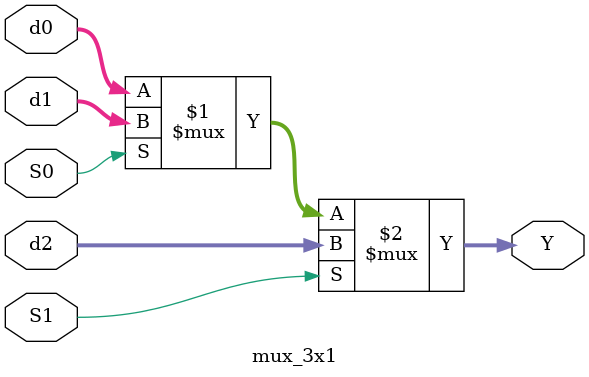
<source format=v>
module mux_3x1 #(parameter N = 64)(
    input wire [N-1:0]  d0, 
    input wire [N-1:0]  d1, 
    input wire [N-1:0]  d2, 
    input wire          S0, 
    input wire          S1, 
    output wire [N-1:0] Y
);

assign Y = (S1) ? d2 : (S0) ? d1 : d0;

endmodule
</source>
